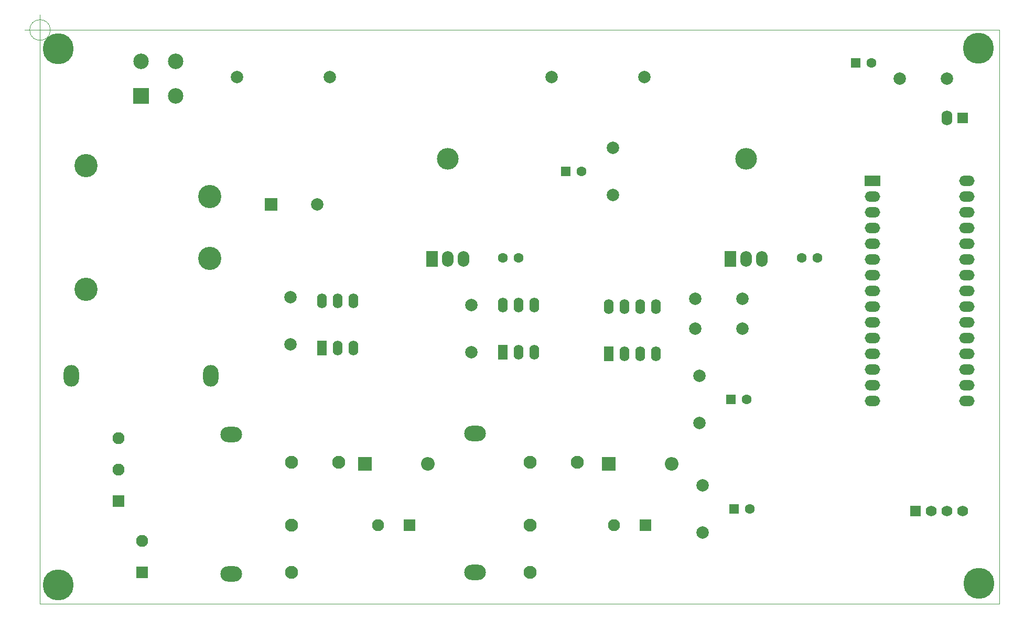
<source format=gbr>
%TF.GenerationSoftware,KiCad,Pcbnew,(5.1.8)-1*%
%TF.CreationDate,2021-06-08T09:03:09+02:00*%
%TF.ProjectId,Telerupteur_Recepteur_RF433_V2,54656c65-7275-4707-9465-75725f526563,V2*%
%TF.SameCoordinates,Original*%
%TF.FileFunction,Soldermask,Top*%
%TF.FilePolarity,Negative*%
%FSLAX46Y46*%
G04 Gerber Fmt 4.6, Leading zero omitted, Abs format (unit mm)*
G04 Created by KiCad (PCBNEW (5.1.8)-1) date 2021-06-08 09:03:09*
%MOMM*%
%LPD*%
G01*
G04 APERTURE LIST*
%TA.AperFunction,Profile*%
%ADD10C,0.050000*%
%TD*%
%TA.AperFunction,Profile*%
%ADD11C,0.100000*%
%TD*%
%ADD12O,1.900000X2.500000*%
%ADD13R,1.900000X2.500000*%
%ADD14O,3.500000X3.500000*%
%ADD15R,1.760000X1.760000*%
%ADD16C,1.760000*%
%ADD17O,3.500000X2.500000*%
%ADD18C,2.500000*%
%ADD19R,2.500000X2.500000*%
%ADD20O,2.500000X1.700000*%
%ADD21R,2.500000X1.700000*%
%ADD22C,1.950000*%
%ADD23R,1.950000X1.950000*%
%ADD24O,2.500000X3.500000*%
%ADD25C,2.100000*%
%ADD26O,2.200000X2.200000*%
%ADD27R,2.200000X2.200000*%
%ADD28C,5.000000*%
%ADD29C,2.000000*%
%ADD30R,2.000000X2.000000*%
%ADD31C,1.600000*%
%ADD32R,1.600000X1.600000*%
%ADD33O,1.760000X2.400000*%
%ADD34C,3.750000*%
%ADD35R,1.600000X2.400000*%
%ADD36O,1.600000X2.400000*%
G04 APERTURE END LIST*
D10*
X47566666Y-43200000D02*
G75*
G03*
X47566666Y-43200000I-1666666J0D01*
G01*
X43400000Y-43200000D02*
X48400000Y-43200000D01*
X45900000Y-40700000D02*
X45900000Y-45700000D01*
D11*
X200800000Y-43180000D02*
X200800000Y-135910000D01*
X45900000Y-43200000D02*
X200800000Y-43180000D01*
X45900000Y-135900000D02*
X45900000Y-43200000D01*
X200800000Y-135910000D02*
X45900000Y-135900000D01*
D12*
%TO.C,U1*%
X114260000Y-80190000D03*
X111720000Y-80190000D03*
D13*
X109180000Y-80190000D03*
D14*
X111720000Y-63990000D03*
%TD*%
D15*
%TO.C,U5*%
X187240000Y-120890000D03*
D16*
X189780000Y-120890000D03*
X192320000Y-120890000D03*
X194860000Y-120890000D03*
%TD*%
D17*
%TO.C,F3*%
X116120000Y-108330000D03*
X116120000Y-130830000D03*
%TD*%
D18*
%TO.C,D1*%
X62230000Y-48260000D03*
X67830000Y-53860000D03*
D19*
X62230000Y-53860000D03*
D18*
X67830000Y-48260000D03*
%TD*%
D20*
%TO.C,U3*%
X195580000Y-103110000D03*
X180340000Y-103110000D03*
X195580000Y-67550000D03*
X180340000Y-100570000D03*
X195580000Y-70090000D03*
X180340000Y-98030000D03*
X195580000Y-72630000D03*
X180340000Y-95490000D03*
X195580000Y-75170000D03*
X180340000Y-92950000D03*
X195580000Y-77710000D03*
X180340000Y-90410000D03*
X195580000Y-80250000D03*
X180340000Y-87870000D03*
X195580000Y-82790000D03*
X180340000Y-85330000D03*
X195580000Y-85330000D03*
X180340000Y-82790000D03*
X195580000Y-87870000D03*
X180340000Y-80250000D03*
X195580000Y-90410000D03*
X180340000Y-77710000D03*
X195580000Y-92950000D03*
X180340000Y-75170000D03*
X195580000Y-95490000D03*
X180340000Y-72630000D03*
X195580000Y-98030000D03*
X180340000Y-70090000D03*
X195580000Y-100570000D03*
D21*
X180340000Y-67550000D03*
%TD*%
D22*
%TO.C,J5*%
X138610000Y-123210000D03*
D23*
X143690000Y-123210000D03*
%TD*%
D22*
%TO.C,J4*%
X100510000Y-123210000D03*
D23*
X105590000Y-123210000D03*
%TD*%
D22*
%TO.C,J2*%
X62410000Y-125750000D03*
D23*
X62410000Y-130830000D03*
%TD*%
D22*
%TO.C,J1*%
X58600000Y-109120000D03*
X58600000Y-114200000D03*
D23*
X58600000Y-119280000D03*
%TD*%
D17*
%TO.C,F2*%
X76750000Y-108550000D03*
X76750000Y-131050000D03*
%TD*%
D24*
%TO.C,F1*%
X73480000Y-99080000D03*
X50980000Y-99080000D03*
%TD*%
D25*
%TO.C,K2*%
X132630000Y-113050000D03*
X125010000Y-130830000D03*
X125010000Y-123210000D03*
X125010000Y-113050000D03*
%TD*%
%TO.C,K1*%
X94160000Y-113050000D03*
X86540000Y-130830000D03*
X86540000Y-123210000D03*
X86540000Y-113050000D03*
%TD*%
D26*
%TO.C,D7*%
X147870000Y-113270000D03*
D27*
X137710000Y-113270000D03*
%TD*%
D26*
%TO.C,D6*%
X108500000Y-113270000D03*
D27*
X98340000Y-113270000D03*
%TD*%
D28*
%TO.C,REF\u002A\u002A*%
X197500000Y-132600000D03*
%TD*%
%TO.C,REF\u002A\u002A*%
X197400000Y-46100000D03*
%TD*%
%TO.C,REF\u002A\u002A*%
X48800000Y-46200000D03*
%TD*%
%TO.C,REF\u002A\u002A*%
X48800000Y-132800000D03*
%TD*%
D29*
%TO.C,R3*%
X152870000Y-116740000D03*
X152870000Y-124360000D03*
%TD*%
D30*
%TO.C,C1*%
X83200000Y-71360000D03*
D29*
X90700000Y-71360000D03*
%TD*%
%TO.C,C2*%
X77710000Y-50800000D03*
X92710000Y-50800000D03*
%TD*%
D31*
%TO.C,C3*%
X123150000Y-80010000D03*
X120650000Y-80010000D03*
%TD*%
D29*
%TO.C,C4*%
X143510000Y-50800000D03*
X128510000Y-50800000D03*
%TD*%
D31*
%TO.C,C5*%
X168910000Y-80010000D03*
X171410000Y-80010000D03*
%TD*%
D32*
%TO.C,D2*%
X130810000Y-66040000D03*
D31*
X133350000Y-66040000D03*
%TD*%
%TO.C,D3*%
X180140000Y-48500000D03*
D32*
X177600000Y-48500000D03*
%TD*%
%TO.C,D4*%
X157950000Y-120550000D03*
D31*
X160490000Y-120550000D03*
%TD*%
%TO.C,D5*%
X160020000Y-102870000D03*
D32*
X157480000Y-102870000D03*
%TD*%
D15*
%TO.C,J3*%
X194860000Y-57390000D03*
D33*
X192320000Y-57390000D03*
%TD*%
D29*
%TO.C,R1*%
X138430000Y-69850000D03*
X138430000Y-62230000D03*
%TD*%
%TO.C,R2*%
X192320000Y-51040000D03*
X184700000Y-51040000D03*
%TD*%
%TO.C,R4*%
X152400000Y-99060000D03*
X152400000Y-106680000D03*
%TD*%
%TO.C,R5*%
X159300000Y-86600000D03*
X151680000Y-86600000D03*
%TD*%
%TO.C,R6*%
X159300000Y-91440000D03*
X151680000Y-91440000D03*
%TD*%
%TO.C,R7*%
X86360000Y-93980000D03*
X86360000Y-86360000D03*
%TD*%
%TO.C,R8*%
X115570000Y-87630000D03*
X115570000Y-95250000D03*
%TD*%
D34*
%TO.C,TR1*%
X53340000Y-85090000D03*
X53340000Y-65090000D03*
X73340000Y-70090000D03*
X73340000Y-80090000D03*
%TD*%
D14*
%TO.C,U2*%
X159940000Y-63970000D03*
D13*
X157400000Y-80170000D03*
D12*
X159940000Y-80170000D03*
X162480000Y-80170000D03*
%TD*%
D35*
%TO.C,U4*%
X137710000Y-95490000D03*
D36*
X145330000Y-87870000D03*
X140250000Y-95490000D03*
X142790000Y-87870000D03*
X142790000Y-95490000D03*
X140250000Y-87870000D03*
X145330000Y-95490000D03*
X137710000Y-87870000D03*
%TD*%
%TO.C,U6*%
X91440000Y-86930000D03*
X96520000Y-94550000D03*
X93980000Y-86930000D03*
X93980000Y-94550000D03*
X96520000Y-86930000D03*
D35*
X91440000Y-94550000D03*
%TD*%
%TO.C,U7*%
X120650000Y-95250000D03*
D36*
X125730000Y-87630000D03*
X123190000Y-95250000D03*
X123190000Y-87630000D03*
X125730000Y-95250000D03*
X120650000Y-87630000D03*
%TD*%
M02*

</source>
